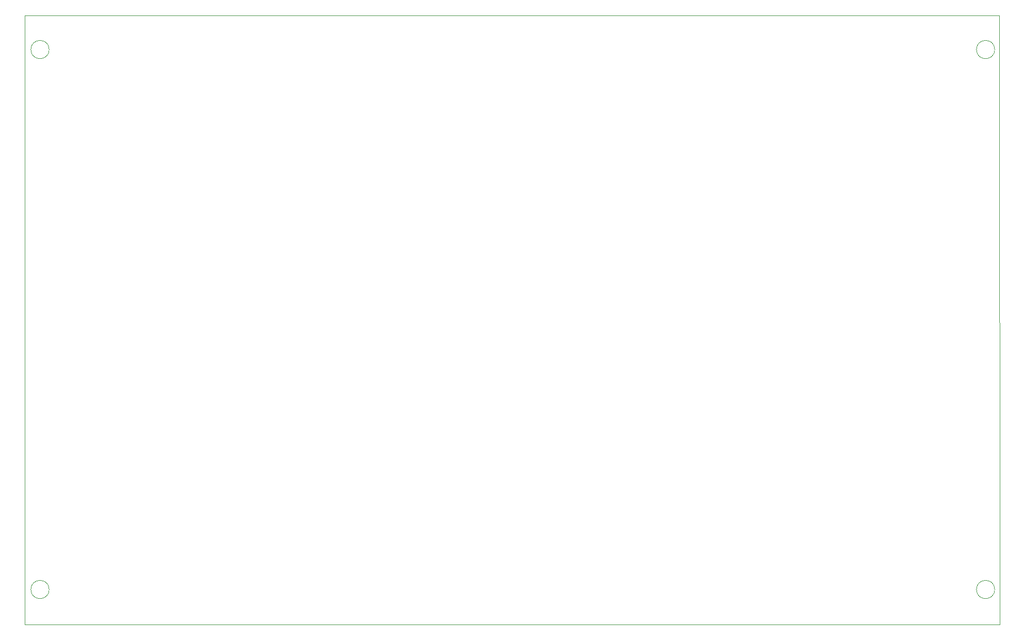
<source format=gbr>
%TF.GenerationSoftware,KiCad,Pcbnew,(5.1.9)-1*%
%TF.CreationDate,2021-04-13T13:52:40+02:00*%
%TF.ProjectId,Tasterplatine,54617374-6572-4706-9c61-74696e652e6b,rev?*%
%TF.SameCoordinates,Original*%
%TF.FileFunction,Profile,NP*%
%FSLAX46Y46*%
G04 Gerber Fmt 4.6, Leading zero omitted, Abs format (unit mm)*
G04 Created by KiCad (PCBNEW (5.1.9)-1) date 2021-04-13 13:52:40*
%MOMM*%
%LPD*%
G01*
G04 APERTURE LIST*
%TA.AperFunction,Profile*%
%ADD10C,0.050000*%
%TD*%
G04 APERTURE END LIST*
D10*
X225020000Y-45974000D02*
G75*
G03*
X225020000Y-45974000I-1500000J0D01*
G01*
X225020000Y-134620000D02*
G75*
G03*
X225020000Y-134620000I-1500000J0D01*
G01*
X69826000Y-45974000D02*
G75*
G03*
X69826000Y-45974000I-1500000J0D01*
G01*
X69826000Y-134620000D02*
G75*
G03*
X69826000Y-134620000I-1500000J0D01*
G01*
X65806000Y-140386000D02*
X225806000Y-140386000D01*
X65786000Y-40386000D02*
X65806000Y-140386000D01*
X225786000Y-40386000D02*
X225806000Y-140386000D01*
X65786000Y-40386000D02*
X225786000Y-40386000D01*
M02*

</source>
